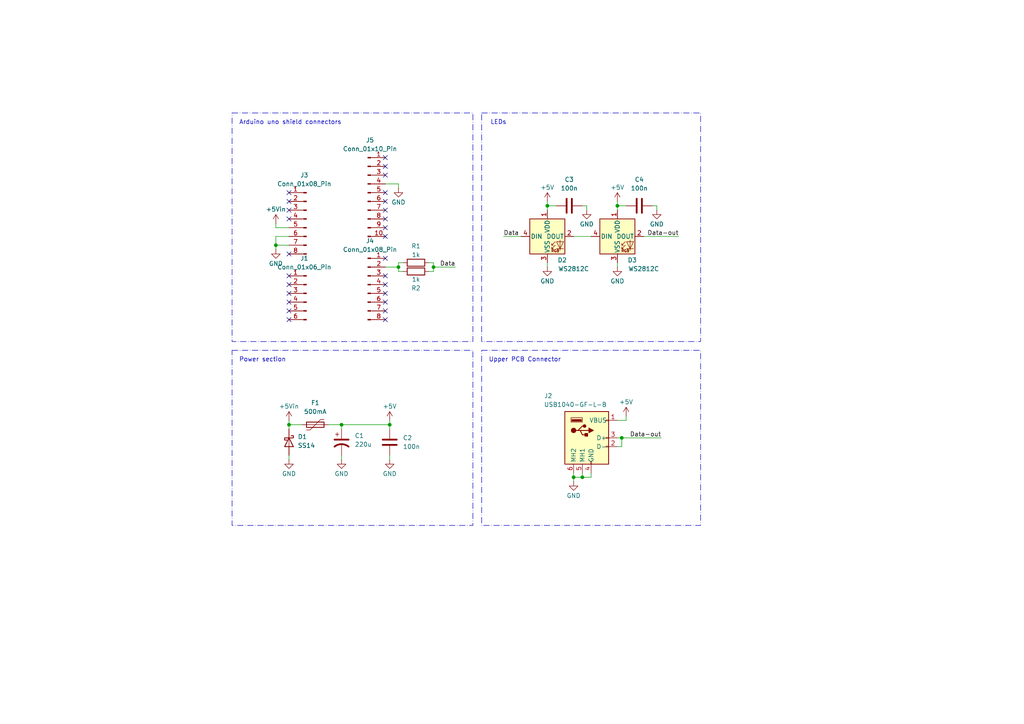
<source format=kicad_sch>
(kicad_sch (version 20250114) (generator "eeschema") (generator_version "9.0")
  (paper "A4")
  (title_block (title "Christmass Tree - Uno Hat") (date "2025-10-17") (rev "v1.0") (company "Szymon Wąchała"))
  (lib_symbols
    (symbol "Connector:Conn_01x06_Pin" (pin_names (offset 1.016) (hide yes))
      (property "Reference" "J" (at 0 7.62 0))
      (property "Value" "Conn_01x06_Pin" (at 0 -10.16 0))
      (symbol "Conn_01x06_Pin_1_1"
        (rectangle (start 0.8636 5.207) (end 0 4.953) (stroke (width 0.1524)) (fill (type outline)))
        (rectangle (start 0.8636 2.667) (end 0 2.413) (stroke (width 0.1524)) (fill (type outline)))
        (rectangle (start 0.8636 0.127) (end 0 -0.127) (stroke (width 0.1524)) (fill (type outline)))
        (rectangle (start 0.8636 -2.413) (end 0 -2.667) (stroke (width 0.1524)) (fill (type outline)))
        (rectangle (start 0.8636 -4.953) (end 0 -5.207) (stroke (width 0.1524)) (fill (type outline)))
        (rectangle (start 0.8636 -7.493) (end 0 -7.747) (stroke (width 0.1524)) (fill (type outline)))
        (polyline (pts (xy 1.27 5.08) (xy 0.8636 5.08)) (stroke (width 0.1524)))
        (polyline (pts (xy 1.27 2.54) (xy 0.8636 2.54)) (stroke (width 0.1524)))
        (polyline (pts (xy 1.27 0) (xy 0.8636 0)) (stroke (width 0.1524)))
        (polyline (pts (xy 1.27 -2.54) (xy 0.8636 -2.54)) (stroke (width 0.1524)))
        (polyline (pts (xy 1.27 -5.08) (xy 0.8636 -5.08)) (stroke (width 0.1524)))
        (polyline (pts (xy 1.27 -7.62) (xy 0.8636 -7.62)) (stroke (width 0.1524)))
        (pin passive line (at 5.08 5.08 180) (length 3.81) (name "Pin_1") (number "1"))
        (pin passive line (at 5.08 2.54 180) (length 3.81) (name "Pin_2") (number "2"))
        (pin passive line (at 5.08 0 180) (length 3.81) (name "Pin_3") (number "3"))
        (pin passive line (at 5.08 -2.54 180) (length 3.81) (name "Pin_4") (number "4"))
        (pin passive line (at 5.08 -5.08 180) (length 3.81) (name "Pin_5") (number "5"))
        (pin passive line (at 5.08 -7.62 180) (length 3.81) (name "Pin_6") (number "6"))
      )
    )
    (symbol "Connector:Conn_01x08_Pin" (pin_names (offset 1.016) (hide yes))
      (property "Reference" "J" (at 0 10.16 0))
      (property "Value" "Conn_01x08_Pin" (at 0 -12.7 0))
      (symbol "Conn_01x08_Pin_1_1"
        (rectangle (start 0.8636 7.747) (end 0 7.493) (stroke (width 0.1524)) (fill (type outline)))
        (rectangle (start 0.8636 5.207) (end 0 4.953) (stroke (width 0.1524)) (fill (type outline)))
        (rectangle (start 0.8636 2.667) (end 0 2.413) (stroke (width 0.1524)) (fill (type outline)))
        (rectangle (start 0.8636 0.127) (end 0 -0.127) (stroke (width 0.1524)) (fill (type outline)))
        (rectangle (start 0.8636 -2.413) (end 0 -2.667) (stroke (width 0.1524)) (fill (type outline)))
        (rectangle (start 0.8636 -4.953) (end 0 -5.207) (stroke (width 0.1524)) (fill (type outline)))
        (rectangle (start 0.8636 -7.493) (end 0 -7.747) (stroke (width 0.1524)) (fill (type outline)))
        (rectangle (start 0.8636 -10.033) (end 0 -10.287) (stroke (width 0.1524)) (fill (type outline)))
        (polyline (pts (xy 1.27 7.62) (xy 0.8636 7.62)) (stroke (width 0.1524)))
        (polyline (pts (xy 1.27 5.08) (xy 0.8636 5.08)) (stroke (width 0.1524)))
        (polyline (pts (xy 1.27 2.54) (xy 0.8636 2.54)) (stroke (width 0.1524)))
        (polyline (pts (xy 1.27 0) (xy 0.8636 0)) (stroke (width 0.1524)))
        (polyline (pts (xy 1.27 -2.54) (xy 0.8636 -2.54)) (stroke (width 0.1524)))
        (polyline (pts (xy 1.27 -5.08) (xy 0.8636 -5.08)) (stroke (width 0.1524)))
        (polyline (pts (xy 1.27 -7.62) (xy 0.8636 -7.62)) (stroke (width 0.1524)))
        (polyline (pts (xy 1.27 -10.16) (xy 0.8636 -10.16)) (stroke (width 0.1524)))
        (pin passive line (at 5.08 7.62 180) (length 3.81) (name "Pin_1") (number "1"))
        (pin passive line (at 5.08 5.08 180) (length 3.81) (name "Pin_2") (number "2"))
        (pin passive line (at 5.08 2.54 180) (length 3.81) (name "Pin_3") (number "3"))
        (pin passive line (at 5.08 0 180) (length 3.81) (name "Pin_4") (number "4"))
        (pin passive line (at 5.08 -2.54 180) (length 3.81) (name "Pin_5") (number "5"))
        (pin passive line (at 5.08 -5.08 180) (length 3.81) (name "Pin_6") (number "6"))
        (pin passive line (at 5.08 -7.62 180) (length 3.81) (name "Pin_7") (number "7"))
        (pin passive line (at 5.08 -10.16 180) (length 3.81) (name "Pin_8") (number "8"))
      )
    )
    (symbol "Connector:Conn_01x10_Pin" (pin_names (offset 1.016) (hide yes))
      (property "Reference" "J" (at 0 12.7 0))
      (property "Value" "Conn_01x10_Pin" (at 0 -15.24 0))
      (symbol "Conn_01x10_Pin_1_1"
        (rectangle (start 0.8636 10.287) (end 0 10.033) (stroke (width 0.1524)) (fill (type outline)))
        (rectangle (start 0.8636 7.747) (end 0 7.493) (stroke (width 0.1524)) (fill (type outline)))
        (rectangle (start 0.8636 5.207) (end 0 4.953) (stroke (width 0.1524)) (fill (type outline)))
        (rectangle (start 0.8636 2.667) (end 0 2.413) (stroke (width 0.1524)) (fill (type outline)))
        (rectangle (start 0.8636 0.127) (end 0 -0.127) (stroke (width 0.1524)) (fill (type outline)))
        (rectangle (start 0.8636 -2.413) (end 0 -2.667) (stroke (width 0.1524)) (fill (type outline)))
        (rectangle (start 0.8636 -4.953) (end 0 -5.207) (stroke (width 0.1524)) (fill (type outline)))
        (rectangle (start 0.8636 -7.493) (end 0 -7.747) (stroke (width 0.1524)) (fill (type outline)))
        (rectangle (start 0.8636 -10.033) (end 0 -10.287) (stroke (width 0.1524)) (fill (type outline)))
        (rectangle (start 0.8636 -12.573) (end 0 -12.827) (stroke (width 0.1524)) (fill (type outline)))
        (polyline (pts (xy 1.27 10.16) (xy 0.8636 10.16)) (stroke (width 0.1524)))
        (polyline (pts (xy 1.27 7.62) (xy 0.8636 7.62)) (stroke (width 0.1524)))
        (polyline (pts (xy 1.27 5.08) (xy 0.8636 5.08)) (stroke (width 0.1524)))
        (polyline (pts (xy 1.27 2.54) (xy 0.8636 2.54)) (stroke (width 0.1524)))
        (polyline (pts (xy 1.27 0) (xy 0.8636 0)) (stroke (width 0.1524)))
        (polyline (pts (xy 1.27 -2.54) (xy 0.8636 -2.54)) (stroke (width 0.1524)))
        (polyline (pts (xy 1.27 -5.08) (xy 0.8636 -5.08)) (stroke (width 0.1524)))
        (polyline (pts (xy 1.27 -7.62) (xy 0.8636 -7.62)) (stroke (width 0.1524)))
        (polyline (pts (xy 1.27 -10.16) (xy 0.8636 -10.16)) (stroke (width 0.1524)))
        (polyline (pts (xy 1.27 -12.7) (xy 0.8636 -12.7)) (stroke (width 0.1524)))
        (pin passive line (at 5.08 10.16 180) (length 3.81) (name "Pin_1") (number "1"))
        (pin passive line (at 5.08 7.62 180) (length 3.81) (name "Pin_2") (number "2"))
        (pin passive line (at 5.08 5.08 180) (length 3.81) (name "Pin_3") (number "3"))
        (pin passive line (at 5.08 2.54 180) (length 3.81) (name "Pin_4") (number "4"))
        (pin passive line (at 5.08 0 180) (length 3.81) (name "Pin_5") (number "5"))
        (pin passive line (at 5.08 -2.54 180) (length 3.81) (name "Pin_6") (number "6"))
        (pin passive line (at 5.08 -5.08 180) (length 3.81) (name "Pin_7") (number "7"))
        (pin passive line (at 5.08 -7.62 180) (length 3.81) (name "Pin_8") (number "8"))
        (pin passive line (at 5.08 -10.16 180) (length 3.81) (name "Pin_9") (number "9"))
        (pin passive line (at 5.08 -12.7 180) (length 3.81) (name "Pin_10") (number "10"))
      )
    )
    (symbol "Device:C" (pin_numbers (hide yes)) (pin_names (offset 0.254))
      (property "Reference" "C" (at 0.635 2.54 0))
      (property "Value" "C" (at 0.635 -2.54 0))
      (symbol "C_0_1"
        (polyline (pts (xy -2.032 0.762) (xy 2.032 0.762)) (stroke (width 0.508)))
        (polyline (pts (xy -2.032 -0.762) (xy 2.032 -0.762)) (stroke (width 0.508)))
      )
      (symbol "C_1_1"
        (pin passive line (at 0 3.81 270) (length 2.794) (name "~") (number "1"))
        (pin passive line (at 0 -3.81 90) (length 2.794) (name "~") (number "2"))
      )
    )
    (symbol "Device:C_Polarized_US" (pin_numbers (hide yes)) (pin_names (offset 0.254) (hide yes))
      (property "Reference" "C" (at 0.635 2.54 0))
      (property "Value" "C_Polarized_US" (at 0.635 -2.54 0))
      (symbol "C_Polarized_US_0_1"
        (polyline (pts (xy -2.032 0.762) (xy 2.032 0.762)) (stroke (width 0.508)))
        (polyline (pts (xy -1.778 2.286) (xy -0.762 2.286)))
        (polyline (pts (xy -1.27 1.778) (xy -1.27 2.794)))
        (arc (start -2.032 -1.27) (mid 0 -0.5572) (end 2.032 -1.27) (stroke (width 0.508)))
      )
      (symbol "C_Polarized_US_1_1"
        (pin passive line (at 0 3.81 270) (length 2.794) (name "~") (number "1"))
        (pin passive line (at 0 -3.81 90) (length 3.302) (name "~") (number "2"))
      )
    )
    (symbol "Device:D_Schottky" (pin_numbers (hide yes)) (pin_names (offset 1.016) (hide yes))
      (property "Reference" "D" (at 0 2.54 0))
      (property "Value" "D_Schottky" (at 0 -2.54 0))
      (symbol "D_Schottky_0_1"
        (polyline (pts (xy -1.905 0.635) (xy -1.905 1.27) (xy -1.27 1.27) (xy -1.27 -1.27) (xy -0.635 -1.27) (xy -0.635 -0.635)) (stroke (width 0.254)))
        (polyline (pts (xy 1.27 1.27) (xy 1.27 -1.27) (xy -1.27 0) (xy 1.27 1.27)) (stroke (width 0.254)))
        (polyline (pts (xy 1.27 0) (xy -1.27 0)))
      )
      (symbol "D_Schottky_1_1"
        (pin passive line (at -3.81 0 0) (length 2.54) (name "K") (number "1"))
        (pin passive line (at 3.81 0 180) (length 2.54) (name "A") (number "2"))
      )
    )
    (symbol "Device:Polyfuse" (pin_numbers (hide yes)) (pin_names (offset 0))
      (property "Reference" "F" (at -2.54 0 90))
      (property "Value" "Polyfuse" (at 2.54 0 90))
      (symbol "Polyfuse_0_1"
        (polyline (pts (xy -1.524 2.54) (xy -1.524 1.524) (xy 1.524 -1.524) (xy 1.524 -2.54)))
        (rectangle (start -0.762 2.54) (end 0.762 -2.54) (stroke (width 0.254)))
        (polyline (pts (xy 0 2.54) (xy 0 -2.54)))
      )
      (symbol "Polyfuse_1_1"
        (pin passive line (at 0 3.81 270) (length 1.27) (name "~") (number "1"))
        (pin passive line (at 0 -3.81 90) (length 1.27) (name "~") (number "2"))
      )
    )
    (symbol "Device:R" (pin_numbers (hide yes)) (pin_names (offset 0))
      (property "Reference" "R" (at 2.032 0 90))
      (property "Value" "R" (at 0 0 90))
      (symbol "R_0_1"
        (rectangle (start -1.016 -2.54) (end 1.016 2.54) (stroke (width 0.254)))
      )
      (symbol "R_1_1"
        (pin passive line (at 0 3.81 270) (length 1.27) (name "~") (number "1"))
        (pin passive line (at 0 -3.81 90) (length 1.27) (name "~") (number "2"))
      )
    )
    (symbol "LED:WS2812B" (pin_names (offset 0.254))
      (property "Reference" "D" (at 5.08 5.715 0))
      (property "Value" "WS2812B" (at 1.27 -5.715 0))
      (symbol "WS2812B_0_0"
        (text "RGB" (at 2.286 -4.191 0) (effects (font (size 0.762 0.762))))
      )
      (symbol "WS2812B_0_1"
        (polyline (pts (xy 1.27 -2.54) (xy 1.778 -2.54)))
        (polyline (pts (xy 1.27 -3.556) (xy 1.778 -3.556)))
        (polyline (pts (xy 2.286 -1.524) (xy 1.27 -2.54) (xy 1.27 -2.032)))
        (polyline (pts (xy 2.286 -2.54) (xy 1.27 -3.556) (xy 1.27 -3.048)))
        (polyline (pts (xy 3.683 -1.016) (xy 3.683 -3.556) (xy 3.683 -4.064)))
        (polyline (pts (xy 4.699 -1.524) (xy 2.667 -1.524) (xy 3.683 -3.556) (xy 4.699 -1.524)))
        (polyline (pts (xy 4.699 -3.556) (xy 2.667 -3.556)))
        (rectangle (start 5.08 5.08) (end -5.08 -5.08) (stroke (width 0.254)) (fill (type background)))
      )
      (symbol "WS2812B_1_1"
        (pin input line (at -7.62 0 0) (length 2.54) (name "DIN") (number "4"))
        (pin power_in line (at 0 7.62 270) (length 2.54) (name "VDD") (number "1"))
        (pin power_in line (at 0 -7.62 90) (length 2.54) (name "VSS") (number "3"))
        (pin output line (at 7.62 0 180) (length 2.54) (name "DOUT") (number "2"))
      )
    )
    (symbol "USB1040-GF-L-B-4:USB1040-GF-L-B"
      (property "Reference" "J" (at 19.05 7.62 0))
      (property "Value" "USB1040-GF-L-B" (at 19.05 5.08 0))
      (symbol "USB1040-GF-L-B_0_1"
        (rectangle (start -6.35 7.62) (end 6.35 -7.62) (stroke (width 0.254)) (fill (type background)))
        (circle (center -3.81 2.159) (radius 0.635) (stroke (width 0.254)) (fill (type outline)))
        (polyline (pts (xy -3.175 2.159) (xy -2.54 2.159) (xy -1.27 3.429) (xy -0.635 3.429)) (stroke (width 0.254)))
        (polyline (pts (xy -2.54 2.159) (xy -1.905 2.159) (xy -1.27 0.889) (xy 0 0.889)) (stroke (width 0.254)))
        (rectangle (start -1.524 4.826) (end -4.318 5.334) (fill (type outline)))
        (rectangle (start -1.27 4.572) (end -4.572 5.842))
        (circle (center -0.635 3.429) (radius 0.381) (stroke (width 0.254)) (fill (type outline)))
        (rectangle (start 0.254 1.27) (end -0.508 0.508) (stroke (width 0.254)) (fill (type outline)))
        (polyline (pts (xy 0.635 2.794) (xy 0.635 1.524) (xy 1.905 2.159) (xy 0.635 2.794)) (stroke (width 0.254)) (fill (type outline)))
        (rectangle (start 1.143 -7.62) (end 1.397 -6.858))
        (rectangle (start 6.35 4.953) (end 5.588 5.207))
        (rectangle (start 6.35 -0.127) (end 5.588 0.127))
        (rectangle (start 6.35 -2.667) (end 5.588 -2.413))
      )
      (symbol "USB1040-GF-L-B_1_1"
        (polyline (pts (xy -1.905 2.159) (xy 0.635 2.159)) (stroke (width 0.254)))
        (pin passive line (at -3.81 -10.16 90) (length 2.54) (name "MH2") (number "6"))
        (pin passive line (at -1.27 -10.16 90) (length 2.54) (name "MH1") (number "5"))
        (pin power_in line (at 1.27 -10.16 90) (length 2.54) (name "GND") (number "4"))
        (pin power_in line (at 8.89 5.08 180) (length 2.54) (name "VBUS") (number "1"))
        (pin bidirectional line (at 8.89 0 180) (length 2.54) (name "D+") (number "3"))
        (pin bidirectional line (at 8.89 -2.54 180) (length 2.54) (name "D-") (number "2"))
      )
    )
    (symbol "power:GND" (power) (pin_numbers (hide yes)) (pin_names (offset 0) (hide yes))
      (property "Value" "GND" (at 0 -3.81 0))
      (symbol "GND_0_1"
        (polyline (pts (xy 0 0) (xy 0 -1.27) (xy 1.27 -1.27) (xy 0 -2.54) (xy -1.27 -1.27) (xy 0 -1.27)))
      )
      (symbol "GND_1_1"
        (pin power_in line (at 0 0 270) (length 0) (name "~") (number "1"))
      )
    )
    (symbol "power:VCC" (power) (pin_numbers (hide yes)) (pin_names (offset 0) (hide yes))
      (property "Value" "VCC" (at 0 3.556 0))
      (symbol "VCC_0_1"
        (polyline (pts (xy -0.762 1.27) (xy 0 2.54)))
        (polyline (pts (xy 0 2.54) (xy 0.762 1.27)))
        (polyline (pts (xy 0 0) (xy 0 2.54)))
      )
      (symbol "VCC_1_1"
        (pin power_in line (at 0 0 90) (length 0) (name "~") (number "1"))
      )
    )
  )
  (rectangle (start 139.7 32.766) (end 203.2 99.06) (stroke (width 0) (type dash_dot)))
  (rectangle (start 67.31 32.766) (end 137.16 99.06) (stroke (width 0) (type dash_dot)))
  (rectangle (start 139.7 101.6) (end 203.2 152.4) (stroke (width 0) (type dash_dot)))
  (rectangle (start 67.31 101.6) (end 137.16 152.4) (stroke (width 0) (type dash_dot)))
  (text "Power section" (at 69.342 104.394 0) (effects (font (size 1.27 1.27)) (justify left)))
  (text "Arduino uno shield connectors" (at 69.342 35.56 0) (effects (font (size 1.27 1.27)) (justify left)))
  (text "LEDs" (at 142.24 35.56 0) (effects (font (size 1.27 1.27)) (justify left)))
  (text "Upper PCB Connector" (at 141.732 104.394 0) (effects (font (size 1.27 1.27)) (justify left)))
  (junction (at 180.34 127))
  (junction (at 125.73 77.47))
  (junction (at 80.01 71.12))
  (junction (at 83.82 123.19))
  (junction (at 166.37 138.43))
  (junction (at 99.06 123.19))
  (junction (at 158.75 59.69))
  (junction (at 179.07 59.69))
  (junction (at 115.57 77.47))
  (junction (at 168.91 138.43))
  (junction (at 113.03 123.19))
  (no_connect (at 111.76 74.93))
  (no_connect (at 83.82 85.09))
  (no_connect (at 83.82 80.01))
  (no_connect (at 111.76 45.72))
  (no_connect (at 111.76 60.96))
  (no_connect (at 83.82 92.71))
  (no_connect (at 83.82 90.17))
  (no_connect (at 111.76 58.42))
  (no_connect (at 111.76 63.5))
  (no_connect (at 111.76 90.17))
  (no_connect (at 111.76 55.88))
  (no_connect (at 111.76 92.71))
  (no_connect (at 83.82 73.66))
  (no_connect (at 83.82 55.88))
  (no_connect (at 111.76 85.09))
  (no_connect (at 83.82 87.63))
  (no_connect (at 111.76 68.58))
  (no_connect (at 111.76 48.26))
  (no_connect (at 83.82 58.42))
  (no_connect (at 111.76 82.55))
  (no_connect (at 111.76 50.8))
  (no_connect (at 111.76 80.01))
  (no_connect (at 83.82 82.55))
  (no_connect (at 83.82 63.5))
  (no_connect (at 111.76 66.04))
  (no_connect (at 83.82 60.96))
  (no_connect (at 111.76 87.63))
  (wire (pts (xy 80.01 72.39) (xy 80.01 71.12)))
  (wire (pts (xy 180.34 129.54) (xy 180.34 127)))
  (wire (pts (xy 80.01 66.04) (xy 83.82 66.04)))
  (wire (pts (xy 115.57 77.47) (xy 111.76 77.47)))
  (wire (pts (xy 80.01 71.12) (xy 83.82 71.12)))
  (wire (pts (xy 179.07 127) (xy 180.34 127)))
  (wire (pts (xy 168.91 59.69) (xy 170.18 59.69)))
  (wire (pts (xy 190.5 59.69) (xy 190.5 60.96)))
  (wire (pts (xy 115.57 54.61) (xy 115.57 53.34)))
  (wire (pts (xy 179.07 58.42) (xy 179.07 59.69)))
  (wire (pts (xy 158.75 58.42) (xy 158.75 59.69)))
  (wire (pts (xy 168.91 138.43) (xy 166.37 138.43)))
  (wire (pts (xy 171.45 137.16) (xy 171.45 138.43)))
  (wire (pts (xy 146.05 68.58) (xy 151.13 68.58)))
  (wire (pts (xy 87.63 123.19) (xy 83.82 123.19)))
  (wire (pts (xy 166.37 68.58) (xy 171.45 68.58)))
  (wire (pts (xy 83.82 68.58) (xy 80.01 68.58)))
  (wire (pts (xy 83.82 132.08) (xy 83.82 133.35)))
  (wire (pts (xy 166.37 137.16) (xy 166.37 138.43)))
  (wire (pts (xy 171.45 138.43) (xy 168.91 138.43)))
  (wire (pts (xy 99.06 132.08) (xy 99.06 133.35)))
  (wire (pts (xy 80.01 64.77) (xy 80.01 66.04)))
  (wire (pts (xy 99.06 124.46) (xy 99.06 123.19)))
  (wire (pts (xy 189.23 59.69) (xy 190.5 59.69)))
  (wire (pts (xy 125.73 76.2) (xy 124.46 76.2)))
  (wire (pts (xy 116.84 76.2) (xy 115.57 76.2)))
  (wire (pts (xy 113.03 123.19) (xy 113.03 124.46)))
  (wire (pts (xy 158.75 59.69) (xy 158.75 60.96)))
  (wire (pts (xy 179.07 129.54) (xy 180.34 129.54)))
  (wire (pts (xy 125.73 77.47) (xy 125.73 76.2)))
  (wire (pts (xy 179.07 59.69) (xy 179.07 60.96)))
  (wire (pts (xy 161.29 59.69) (xy 158.75 59.69)))
  (wire (pts (xy 158.75 76.2) (xy 158.75 77.47)))
  (wire (pts (xy 124.46 78.74) (xy 125.73 78.74)))
  (wire (pts (xy 115.57 76.2) (xy 115.57 77.47)))
  (wire (pts (xy 186.69 68.58) (xy 196.85 68.58)))
  (wire (pts (xy 125.73 77.47) (xy 125.73 78.74)))
  (wire (pts (xy 181.61 121.92) (xy 179.07 121.92)))
  (wire (pts (xy 115.57 78.74) (xy 115.57 77.47)))
  (wire (pts (xy 113.03 121.92) (xy 113.03 123.19)))
  (wire (pts (xy 113.03 132.08) (xy 113.03 133.35)))
  (wire (pts (xy 80.01 68.58) (xy 80.01 71.12)))
  (wire (pts (xy 83.82 123.19) (xy 83.82 124.46)))
  (wire (pts (xy 166.37 138.43) (xy 166.37 139.7)))
  (wire (pts (xy 170.18 59.69) (xy 170.18 60.96)))
  (wire (pts (xy 116.84 78.74) (xy 115.57 78.74)))
  (wire (pts (xy 179.07 76.2) (xy 179.07 77.47)))
  (wire (pts (xy 180.34 127) (xy 191.77 127)))
  (wire (pts (xy 113.03 123.19) (xy 99.06 123.19)))
  (wire (pts (xy 115.57 53.34) (xy 111.76 53.34)))
  (wire (pts (xy 83.82 121.92) (xy 83.82 123.19)))
  (wire (pts (xy 168.91 137.16) (xy 168.91 138.43)))
  (wire (pts (xy 132.08 77.47) (xy 125.73 77.47)))
  (wire (pts (xy 99.06 123.19) (xy 95.25 123.19)))
  (wire (pts (xy 181.61 59.69) (xy 179.07 59.69)))
  (wire (pts (xy 181.61 120.65) (xy 181.61 121.92)))
  (label "Data-out" (at 196.85 68.58 180))
  (label "Data" (at 132.08 77.47 180))
  (label "Data" (at 146.05 68.58 0))
  (label "Data-out" (at 191.77 127 180))
  (symbol (lib_id "power:GND") (at 80.01 72.39 0) (mirror y) (unit 1)
    (property "Reference" "#PWR014" (effects (hide yes)))
    (property "Value" "GND" (at 80.01 76.454 0))
    (property "Description" "Power symbol creates a global label with name \"GND\" , ground" (effects (hide yes)))
  )
  (symbol (lib_id "power:VCC") (at 179.07 58.42 0) (unit 1)
    (property "Reference" "#PWR09" (effects (hide yes)))
    (property "Value" "+5V" (at 179.07 54.356 0))
    (property "Description" "Power symbol creates a global label with name \"VCC\"" (effects (hide yes)))
  )
  (symbol (lib_id "LED:WS2812B") (at 158.75 68.58 0) (unit 1)
    (property "Reference" "D2" (at 163.068 75.438 0))
    (property "Value" "WS2812C" (at 166.37 77.978 0))
    (property "Footprint" "LED_SMD:LED_WS2812B_PLCC4_5.0x5.0mm_P3.2mm" (effects (hide yes)))
    (property "Datasheet" "https://cdn-shop.adafruit.com/datasheets/WS2812B.pdf" (effects (hide yes)))
    (property "Description" "RGB LED with integrated controller" (effects (hide yes)))
  )
  (symbol (lib_id "power:GND") (at 83.82 133.35 0) (unit 1)
    (property "Reference" "#PWR03" (effects (hide yes)))
    (property "Value" "GND" (at 83.82 137.414 0))
    (property "Description" "Power symbol creates a global label with name \"GND\" , ground" (effects (hide yes)))
  )
  (symbol (lib_id "Connector:Conn_01x08_Pin") (at 106.68 82.55 0) (unit 1)
    (property "Reference" "J4" (at 107.315 69.85 0))
    (property "Value" "Conn_01x08_Pin" (at 107.315 72.39 0))
    (property "Footprint" "Connector_PinHeader_2.54mm:PinHeader_1x08_P2.54mm_Vertical" (effects (hide yes)))
    (property "Description" "Generic connector, single row, 01x08, script generated" (effects (hide yes)))
  )
  (symbol (lib_id "Device:C") (at 185.42 59.69 90) (unit 1)
    (property "Reference" "C4" (at 185.42 52.07 90))
    (property "Value" "100n" (at 185.42 54.61 90))
    (property "Footprint" "Capacitor_SMD:C_0805_2012Metric" (effects (hide yes)))
    (property "Description" "Unpolarized capacitor" (effects (hide yes)))
  )
  (symbol (lib_id "Connector:Conn_01x08_Pin") (at 88.9 63.5 0) (mirror y) (unit 1)
    (property "Reference" "J3" (at 88.265 50.8 0))
    (property "Value" "Conn_01x08_Pin" (at 88.265 53.34 0))
    (property "Footprint" "Connector_PinHeader_2.54mm:PinHeader_1x08_P2.54mm_Vertical" (effects (hide yes)))
    (property "Description" "Generic connector, single row, 01x08, script generated" (effects (hide yes)))
  )
  (symbol (lib_id "Device:D_Schottky") (at 83.82 128.27 270) (unit 1)
    (property "Reference" "D1" (at 86.36 126.6824 90) (effects (justify left)))
    (property "Value" "SS14" (at 86.36 129.2224 90) (effects (justify left)))
    (property "Footprint" "Diode_SMD:D_SMA" (effects (hide yes)))
    (property "Description" "Schottky diode" (effects (hide yes)))
  )
  (symbol (lib_id "Device:C") (at 113.03 128.27 0) (unit 1)
    (property "Reference" "C2" (at 116.84 126.9999 0) (effects (justify left)))
    (property "Value" "100n" (at 116.84 129.5399 0) (effects (justify left)))
    (property "Footprint" "Capacitor_SMD:C_0805_2012Metric" (effects (hide yes)))
    (property "Description" "Unpolarized capacitor" (effects (hide yes)))
  )
  (symbol (lib_id "power:GND") (at 179.07 77.47 0) (unit 1)
    (property "Reference" "#PWR010" (effects (hide yes)))
    (property "Value" "GND" (at 179.07 81.534 0))
    (property "Description" "Power symbol creates a global label with name \"GND\" , ground" (effects (hide yes)))
  )
  (symbol (lib_id "Device:R") (at 120.65 78.74 270) (unit 1)
    (property "Reference" "R2" (at 120.65 83.566 90))
    (property "Value" "1k" (at 120.65 81.026 90))
    (property "Footprint" "Resistor_SMD:R_0805_2012Metric" (effects (hide yes)))
    (property "Description" "Resistor" (effects (hide yes)))
  )
  (symbol (lib_id "power:VCC") (at 158.75 58.42 0) (unit 1)
    (property "Reference" "#PWR06" (effects (hide yes)))
    (property "Value" "+5V" (at 158.75 54.356 0))
    (property "Description" "Power symbol creates a global label with name \"VCC\"" (effects (hide yes)))
  )
  (symbol (lib_id "power:VCC") (at 83.82 121.92 0) (unit 1)
    (property "Reference" "#PWR016" (effects (hide yes)))
    (property "Value" "+5Vin" (at 83.82 117.856 0))
    (property "Description" "Power symbol creates a global label with name \"VCC\"" (effects (hide yes)))
  )
  (symbol (lib_id "power:VCC") (at 80.01 64.77 0) (mirror y) (unit 1)
    (property "Reference" "#PWR015" (effects (hide yes)))
    (property "Value" "+5Vin" (at 80.01 60.706 0))
    (property "Description" "Power symbol creates a global label with name \"VCC\"" (effects (hide yes)))
  )
  (symbol (lib_id "power:GND") (at 166.37 139.7 0) (unit 1)
    (property "Reference" "#PWR012" (effects (hide yes)))
    (property "Value" "GND" (at 166.37 143.764 0))
    (property "Description" "Power symbol creates a global label with name \"GND\" , ground" (effects (hide yes)))
  )
  (symbol (lib_id "Device:C") (at 165.1 59.69 90) (unit 1)
    (property "Reference" "C3" (at 165.1 52.07 90))
    (property "Value" "100n" (at 165.1 54.61 90))
    (property "Footprint" "Capacitor_SMD:C_0805_2012Metric" (effects (hide yes)))
    (property "Description" "Unpolarized capacitor" (effects (hide yes)))
  )
  (symbol (lib_id "Device:C_Polarized_US") (at 99.06 128.27 0) (unit 1)
    (property "Reference" "C1" (at 102.87 126.3649 0) (effects (justify left)))
    (property "Value" "220u" (at 102.87 128.9049 0) (effects (justify left)))
    (property "Footprint" "Capacitor_SMD:CP_Elec_6.3x7.7" (effects (hide yes)))
    (property "Description" "Polarized capacitor, US symbol" (effects (hide yes)))
  )
  (symbol (lib_id "power:GND") (at 158.75 77.47 0) (unit 1)
    (property "Reference" "#PWR07" (effects (hide yes)))
    (property "Value" "GND" (at 158.75 81.534 0))
    (property "Description" "Power symbol creates a global label with name \"GND\" , ground" (effects (hide yes)))
  )
  (symbol (lib_id "Connector:Conn_01x10_Pin") (at 106.68 55.88 0) (unit 1)
    (property "Reference" "J5" (at 107.315 40.64 0))
    (property "Value" "Conn_01x10_Pin" (at 107.315 43.18 0))
    (property "Footprint" "Connector_PinHeader_2.54mm:PinHeader_1x10_P2.54mm_Vertical" (effects (hide yes)))
    (property "Description" "Generic connector, single row, 01x10, script generated" (effects (hide yes)))
  )
  (symbol (lib_id "USB1040-GF-L-B-4:USB1040-GF-L-B") (at 170.18 127 0) (unit 1)
    (property "Reference" "J2" (at 159.004 114.808 0))
    (property "Value" "USB1040-GF-L-B" (at 166.878 117.348 0))
    (property "Footprint" "USB1040-GF-L-B:USB1040-GF-L-B-4" (effects (hide yes)))
    (property "Datasheet" "https://gct.co/files/drawings/usb1040.pdf" (effects (hide yes)))
    (property "Description" "USB Connectors USB A Skt, TH, Vertical, GF, With kinked shell stakes, tray" (effects (hide yes)))
    (property "Height" "13.95" (effects (hide yes)))
    (property "Manufacturer_Name" "GCT (GLOBAL CONNECTOR TECHNOLOGY)" (effects (hide yes)))
    (property "Manufacturer_Part_Number" "USB1040-GF-L-B" (effects (hide yes)))
  )
  (symbol (lib_id "power:GND") (at 170.18 60.96 0) (unit 1)
    (property "Reference" "#PWR08" (effects (hide yes)))
    (property "Value" "GND" (at 170.18 65.024 0))
    (property "Description" "Power symbol creates a global label with name \"GND\" , ground" (effects (hide yes)))
  )
  (symbol (lib_id "power:VCC") (at 113.03 121.92 0) (unit 1)
    (property "Reference" "#PWR02" (effects (hide yes)))
    (property "Value" "+5V" (at 113.03 117.856 0))
    (property "Description" "Power symbol creates a global label with name \"VCC\"" (effects (hide yes)))
  )
  (symbol (lib_id "power:GND") (at 115.57 54.61 0) (mirror y) (unit 1)
    (property "Reference" "#PWR017" (effects (hide yes)))
    (property "Value" "GND" (at 115.57 58.674 0))
    (property "Description" "Power symbol creates a global label with name \"GND\" , ground" (effects (hide yes)))
  )
  (symbol (lib_id "Device:R") (at 120.65 76.2 270) (mirror x) (unit 1)
    (property "Reference" "R1" (at 120.65 71.374 90))
    (property "Value" "1k" (at 120.65 73.914 90))
    (property "Footprint" "Resistor_SMD:R_0805_2012Metric" (effects (hide yes)))
    (property "Description" "Resistor" (effects (hide yes)))
  )
  (symbol (lib_id "power:GND") (at 99.06 133.35 0) (unit 1)
    (property "Reference" "#PWR04" (effects (hide yes)))
    (property "Value" "GND" (at 99.06 137.414 0))
    (property "Description" "Power symbol creates a global label with name \"GND\" , ground" (effects (hide yes)))
  )
  (symbol (lib_id "power:GND") (at 113.03 133.35 0) (unit 1)
    (property "Reference" "#PWR05" (effects (hide yes)))
    (property "Value" "GND" (at 113.03 137.414 0))
    (property "Description" "Power symbol creates a global label with name \"GND\" , ground" (effects (hide yes)))
  )
  (symbol (lib_id "Connector:Conn_01x06_Pin") (at 88.9 85.09 0) (mirror y) (unit 1)
    (property "Reference" "J1" (at 88.265 74.93 0))
    (property "Value" "Conn_01x06_Pin" (at 88.265 77.47 0))
    (property "Footprint" "Connector_PinHeader_2.54mm:PinHeader_1x06_P2.54mm_Vertical" (effects (hide yes)))
    (property "Description" "Generic connector, single row, 01x06, script generated" (effects (hide yes)))
  )
  (symbol (lib_id "power:VCC") (at 181.61 120.65 0) (unit 1)
    (property "Reference" "#PWR013" (effects (hide yes)))
    (property "Value" "+5V" (at 181.61 116.586 0))
    (property "Description" "Power symbol creates a global label with name \"VCC\"" (effects (hide yes)))
  )
  (symbol (lib_id "LED:WS2812B") (at 179.07 68.58 0) (unit 1)
    (property "Reference" "D3" (at 183.388 75.438 0))
    (property "Value" "WS2812C" (at 186.69 77.978 0))
    (property "Footprint" "LED_SMD:LED_WS2812B_PLCC4_5.0x5.0mm_P3.2mm" (effects (hide yes)))
    (property "Datasheet" "https://cdn-shop.adafruit.com/datasheets/WS2812B.pdf" (effects (hide yes)))
    (property "Description" "RGB LED with integrated controller" (effects (hide yes)))
  )
  (symbol (lib_id "power:GND") (at 190.5 60.96 0) (unit 1)
    (property "Reference" "#PWR011" (effects (hide yes)))
    (property "Value" "GND" (at 190.5 65.024 0))
    (property "Description" "Power symbol creates a global label with name \"GND\" , ground" (effects (hide yes)))
  )
  (symbol (lib_id "Device:Polyfuse") (at 91.44 123.19 90) (unit 1)
    (property "Reference" "F1" (at 91.44 116.84 90))
    (property "Value" "500mA" (at 91.44 119.38 90))
    (property "Footprint" "Fuse:Fuse_1206_3216Metric" (effects (hide yes)))
    (property "Description" "Resettable fuse, polymeric positive temperature coefficient" (effects (hide yes)))
  )
)
</source>
